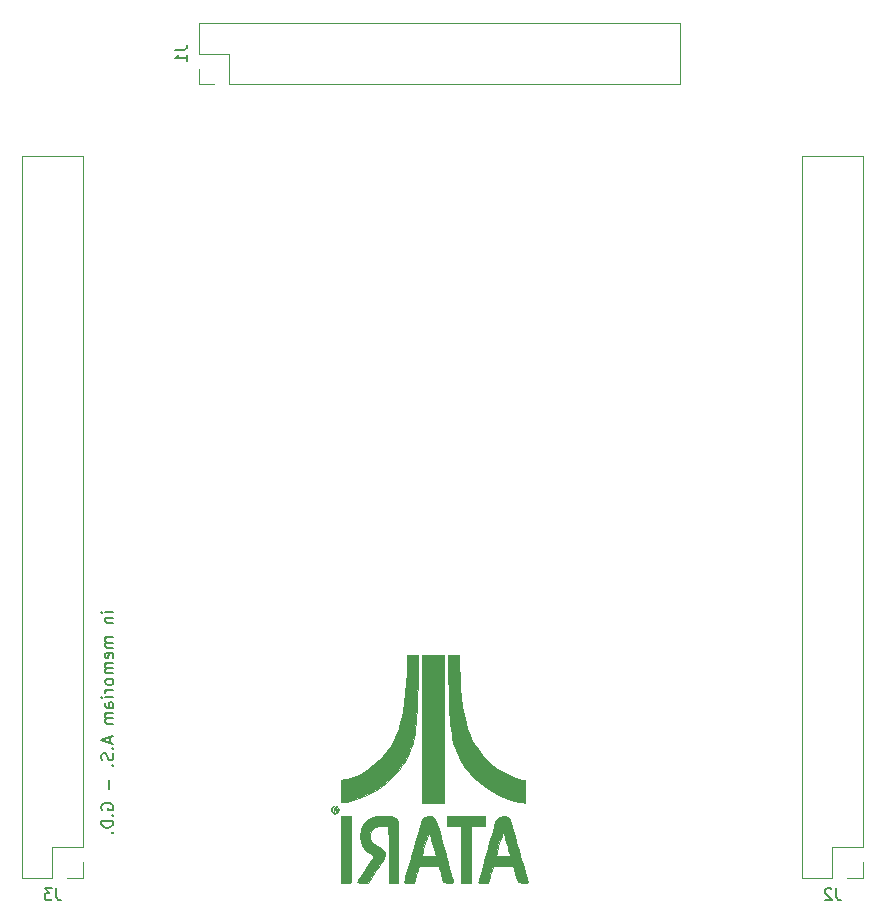
<source format=gbo>
%TF.GenerationSoftware,KiCad,Pcbnew,5.1.9+dfsg1-1*%
%TF.CreationDate,2021-12-02T21:44:05+01:00*%
%TF.ProjectId,STM32F4XX_Hat,53544d33-3246-4345-9858-5f4861742e6b,rev?*%
%TF.SameCoordinates,Original*%
%TF.FileFunction,Legend,Bot*%
%TF.FilePolarity,Positive*%
%FSLAX46Y46*%
G04 Gerber Fmt 4.6, Leading zero omitted, Abs format (unit mm)*
G04 Created by KiCad (PCBNEW 5.1.9+dfsg1-1) date 2021-12-02 21:44:05*
%MOMM*%
%LPD*%
G01*
G04 APERTURE LIST*
%ADD10C,0.150000*%
%ADD11C,0.010000*%
%ADD12C,0.120000*%
G04 APERTURE END LIST*
D10*
X120452380Y-102666666D02*
X119785714Y-102666666D01*
X119452380Y-102666666D02*
X119500000Y-102619047D01*
X119547619Y-102666666D01*
X119500000Y-102714285D01*
X119452380Y-102666666D01*
X119547619Y-102666666D01*
X119785714Y-103142857D02*
X120452380Y-103142857D01*
X119880952Y-103142857D02*
X119833333Y-103190476D01*
X119785714Y-103285714D01*
X119785714Y-103428571D01*
X119833333Y-103523809D01*
X119928571Y-103571428D01*
X120452380Y-103571428D01*
X120452380Y-104809523D02*
X119785714Y-104809523D01*
X119880952Y-104809523D02*
X119833333Y-104857142D01*
X119785714Y-104952380D01*
X119785714Y-105095238D01*
X119833333Y-105190476D01*
X119928571Y-105238095D01*
X120452380Y-105238095D01*
X119928571Y-105238095D02*
X119833333Y-105285714D01*
X119785714Y-105380952D01*
X119785714Y-105523809D01*
X119833333Y-105619047D01*
X119928571Y-105666666D01*
X120452380Y-105666666D01*
X120404761Y-106523809D02*
X120452380Y-106428571D01*
X120452380Y-106238095D01*
X120404761Y-106142857D01*
X120309523Y-106095238D01*
X119928571Y-106095238D01*
X119833333Y-106142857D01*
X119785714Y-106238095D01*
X119785714Y-106428571D01*
X119833333Y-106523809D01*
X119928571Y-106571428D01*
X120023809Y-106571428D01*
X120119047Y-106095238D01*
X120452380Y-107000000D02*
X119785714Y-107000000D01*
X119880952Y-107000000D02*
X119833333Y-107047619D01*
X119785714Y-107142857D01*
X119785714Y-107285714D01*
X119833333Y-107380952D01*
X119928571Y-107428571D01*
X120452380Y-107428571D01*
X119928571Y-107428571D02*
X119833333Y-107476190D01*
X119785714Y-107571428D01*
X119785714Y-107714285D01*
X119833333Y-107809523D01*
X119928571Y-107857142D01*
X120452380Y-107857142D01*
X120452380Y-108476190D02*
X120404761Y-108380952D01*
X120357142Y-108333333D01*
X120261904Y-108285714D01*
X119976190Y-108285714D01*
X119880952Y-108333333D01*
X119833333Y-108380952D01*
X119785714Y-108476190D01*
X119785714Y-108619047D01*
X119833333Y-108714285D01*
X119880952Y-108761904D01*
X119976190Y-108809523D01*
X120261904Y-108809523D01*
X120357142Y-108761904D01*
X120404761Y-108714285D01*
X120452380Y-108619047D01*
X120452380Y-108476190D01*
X120452380Y-109238095D02*
X119785714Y-109238095D01*
X119976190Y-109238095D02*
X119880952Y-109285714D01*
X119833333Y-109333333D01*
X119785714Y-109428571D01*
X119785714Y-109523809D01*
X120452380Y-109857142D02*
X119785714Y-109857142D01*
X119452380Y-109857142D02*
X119500000Y-109809523D01*
X119547619Y-109857142D01*
X119500000Y-109904761D01*
X119452380Y-109857142D01*
X119547619Y-109857142D01*
X120452380Y-110761904D02*
X119928571Y-110761904D01*
X119833333Y-110714285D01*
X119785714Y-110619047D01*
X119785714Y-110428571D01*
X119833333Y-110333333D01*
X120404761Y-110761904D02*
X120452380Y-110666666D01*
X120452380Y-110428571D01*
X120404761Y-110333333D01*
X120309523Y-110285714D01*
X120214285Y-110285714D01*
X120119047Y-110333333D01*
X120071428Y-110428571D01*
X120071428Y-110666666D01*
X120023809Y-110761904D01*
X120452380Y-111238095D02*
X119785714Y-111238095D01*
X119880952Y-111238095D02*
X119833333Y-111285714D01*
X119785714Y-111380952D01*
X119785714Y-111523809D01*
X119833333Y-111619047D01*
X119928571Y-111666666D01*
X120452380Y-111666666D01*
X119928571Y-111666666D02*
X119833333Y-111714285D01*
X119785714Y-111809523D01*
X119785714Y-111952380D01*
X119833333Y-112047619D01*
X119928571Y-112095238D01*
X120452380Y-112095238D01*
X120166666Y-113285714D02*
X120166666Y-113761904D01*
X120452380Y-113190476D02*
X119452380Y-113523809D01*
X120452380Y-113857142D01*
X120357142Y-114190476D02*
X120404761Y-114238095D01*
X120452380Y-114190476D01*
X120404761Y-114142857D01*
X120357142Y-114190476D01*
X120452380Y-114190476D01*
X120404761Y-114619047D02*
X120452380Y-114761904D01*
X120452380Y-115000000D01*
X120404761Y-115095238D01*
X120357142Y-115142857D01*
X120261904Y-115190476D01*
X120166666Y-115190476D01*
X120071428Y-115142857D01*
X120023809Y-115095238D01*
X119976190Y-115000000D01*
X119928571Y-114809523D01*
X119880952Y-114714285D01*
X119833333Y-114666666D01*
X119738095Y-114619047D01*
X119642857Y-114619047D01*
X119547619Y-114666666D01*
X119500000Y-114714285D01*
X119452380Y-114809523D01*
X119452380Y-115047619D01*
X119500000Y-115190476D01*
X120357142Y-115619047D02*
X120404761Y-115666666D01*
X120452380Y-115619047D01*
X120404761Y-115571428D01*
X120357142Y-115619047D01*
X120452380Y-115619047D01*
X120071428Y-116857142D02*
X120071428Y-117619047D01*
X119500000Y-119380952D02*
X119452380Y-119285714D01*
X119452380Y-119142857D01*
X119500000Y-119000000D01*
X119595238Y-118904761D01*
X119690476Y-118857142D01*
X119880952Y-118809523D01*
X120023809Y-118809523D01*
X120214285Y-118857142D01*
X120309523Y-118904761D01*
X120404761Y-119000000D01*
X120452380Y-119142857D01*
X120452380Y-119238095D01*
X120404761Y-119380952D01*
X120357142Y-119428571D01*
X120023809Y-119428571D01*
X120023809Y-119238095D01*
X120357142Y-119857142D02*
X120404761Y-119904761D01*
X120452380Y-119857142D01*
X120404761Y-119809523D01*
X120357142Y-119857142D01*
X120452380Y-119857142D01*
X120452380Y-120333333D02*
X119452380Y-120333333D01*
X119452380Y-120571428D01*
X119500000Y-120714285D01*
X119595238Y-120809523D01*
X119690476Y-120857142D01*
X119880952Y-120904761D01*
X120023809Y-120904761D01*
X120214285Y-120857142D01*
X120309523Y-120809523D01*
X120404761Y-120714285D01*
X120452380Y-120571428D01*
X120452380Y-120333333D01*
X120357142Y-121333333D02*
X120404761Y-121380952D01*
X120452380Y-121333333D01*
X120404761Y-121285714D01*
X120357142Y-121333333D01*
X120452380Y-121333333D01*
D11*
%TO.C,G\u002A\u002A\u002A*%
G36*
X153211950Y-119973784D02*
G01*
X153020492Y-120081839D01*
X152876369Y-120259184D01*
X152796716Y-120450389D01*
X152769535Y-120543989D01*
X152723501Y-120704794D01*
X152660996Y-120924362D01*
X152584397Y-121194253D01*
X152496084Y-121506024D01*
X152398437Y-121851237D01*
X152293834Y-122221448D01*
X152184654Y-122608218D01*
X152073277Y-123003106D01*
X151962083Y-123397670D01*
X151853449Y-123783469D01*
X151749755Y-124152064D01*
X151653382Y-124495012D01*
X151566706Y-124803872D01*
X151492109Y-125070205D01*
X151431968Y-125285568D01*
X151388664Y-125441521D01*
X151364575Y-125529623D01*
X151360333Y-125546451D01*
X151399673Y-125555228D01*
X151505727Y-125562187D01*
X151660549Y-125566440D01*
X151782448Y-125567333D01*
X152204563Y-125567333D01*
X152287575Y-125281583D01*
X152336985Y-125110299D01*
X152398976Y-124893693D01*
X152463207Y-124667946D01*
X152490233Y-124572500D01*
X152609880Y-124149166D01*
X153431966Y-124137642D01*
X153688008Y-124135703D01*
X153914946Y-124137119D01*
X154099227Y-124141548D01*
X154227299Y-124148651D01*
X154285607Y-124158087D01*
X154287058Y-124159124D01*
X154308860Y-124209205D01*
X154348145Y-124326723D01*
X154400470Y-124497337D01*
X154461394Y-124706705D01*
X154506919Y-124869148D01*
X154693776Y-125546166D01*
X155122555Y-125558230D01*
X155301442Y-125561283D01*
X155443742Y-125559941D01*
X155531666Y-125554599D01*
X155551333Y-125548701D01*
X155540119Y-125502821D01*
X155508093Y-125384099D01*
X155457681Y-125201109D01*
X155391309Y-124962422D01*
X155311401Y-124676613D01*
X155220384Y-124352254D01*
X155120683Y-123997919D01*
X155014723Y-123622182D01*
X154914414Y-123267176D01*
X154057048Y-123267176D01*
X154050572Y-123289705D01*
X154004021Y-123305616D01*
X153906830Y-123315907D01*
X153748436Y-123321572D01*
X153518278Y-123323607D01*
X153457510Y-123323666D01*
X153216354Y-123322939D01*
X153047761Y-123319762D01*
X152939632Y-123312640D01*
X152879868Y-123300077D01*
X152856372Y-123280580D01*
X152857044Y-123252653D01*
X152857903Y-123249583D01*
X152876543Y-123185381D01*
X152914273Y-123055205D01*
X152966644Y-122874409D01*
X153029210Y-122658350D01*
X153075583Y-122498166D01*
X153149086Y-122244391D01*
X153221732Y-121993819D01*
X153287060Y-121768726D01*
X153338606Y-121591387D01*
X153357422Y-121526793D01*
X153407388Y-121371859D01*
X153445165Y-121294518D01*
X153473761Y-121289074D01*
X153478915Y-121296592D01*
X153500330Y-121354482D01*
X153540598Y-121481415D01*
X153595961Y-121664843D01*
X153662663Y-121892218D01*
X153736947Y-122150991D01*
X153775006Y-122285559D01*
X153850942Y-122554501D01*
X153920080Y-122797715D01*
X153978856Y-123002793D01*
X154023705Y-123157329D01*
X154051061Y-123248912D01*
X154057048Y-123267176D01*
X154914414Y-123267176D01*
X154904930Y-123233614D01*
X154793730Y-122840791D01*
X154683547Y-122452284D01*
X154576808Y-122076667D01*
X154475938Y-121722513D01*
X154383362Y-121398395D01*
X154301507Y-121112888D01*
X154232796Y-120874563D01*
X154179657Y-120691994D01*
X154144514Y-120573755D01*
X154136638Y-120548283D01*
X154038902Y-120294877D01*
X153924680Y-120116578D01*
X153783436Y-120004036D01*
X153604633Y-119947900D01*
X153448033Y-119937158D01*
X153211950Y-119973784D01*
G37*
X153211950Y-119973784D02*
X153020492Y-120081839D01*
X152876369Y-120259184D01*
X152796716Y-120450389D01*
X152769535Y-120543989D01*
X152723501Y-120704794D01*
X152660996Y-120924362D01*
X152584397Y-121194253D01*
X152496084Y-121506024D01*
X152398437Y-121851237D01*
X152293834Y-122221448D01*
X152184654Y-122608218D01*
X152073277Y-123003106D01*
X151962083Y-123397670D01*
X151853449Y-123783469D01*
X151749755Y-124152064D01*
X151653382Y-124495012D01*
X151566706Y-124803872D01*
X151492109Y-125070205D01*
X151431968Y-125285568D01*
X151388664Y-125441521D01*
X151364575Y-125529623D01*
X151360333Y-125546451D01*
X151399673Y-125555228D01*
X151505727Y-125562187D01*
X151660549Y-125566440D01*
X151782448Y-125567333D01*
X152204563Y-125567333D01*
X152287575Y-125281583D01*
X152336985Y-125110299D01*
X152398976Y-124893693D01*
X152463207Y-124667946D01*
X152490233Y-124572500D01*
X152609880Y-124149166D01*
X153431966Y-124137642D01*
X153688008Y-124135703D01*
X153914946Y-124137119D01*
X154099227Y-124141548D01*
X154227299Y-124148651D01*
X154285607Y-124158087D01*
X154287058Y-124159124D01*
X154308860Y-124209205D01*
X154348145Y-124326723D01*
X154400470Y-124497337D01*
X154461394Y-124706705D01*
X154506919Y-124869148D01*
X154693776Y-125546166D01*
X155122555Y-125558230D01*
X155301442Y-125561283D01*
X155443742Y-125559941D01*
X155531666Y-125554599D01*
X155551333Y-125548701D01*
X155540119Y-125502821D01*
X155508093Y-125384099D01*
X155457681Y-125201109D01*
X155391309Y-124962422D01*
X155311401Y-124676613D01*
X155220384Y-124352254D01*
X155120683Y-123997919D01*
X155014723Y-123622182D01*
X154914414Y-123267176D01*
X154057048Y-123267176D01*
X154050572Y-123289705D01*
X154004021Y-123305616D01*
X153906830Y-123315907D01*
X153748436Y-123321572D01*
X153518278Y-123323607D01*
X153457510Y-123323666D01*
X153216354Y-123322939D01*
X153047761Y-123319762D01*
X152939632Y-123312640D01*
X152879868Y-123300077D01*
X152856372Y-123280580D01*
X152857044Y-123252653D01*
X152857903Y-123249583D01*
X152876543Y-123185381D01*
X152914273Y-123055205D01*
X152966644Y-122874409D01*
X153029210Y-122658350D01*
X153075583Y-122498166D01*
X153149086Y-122244391D01*
X153221732Y-121993819D01*
X153287060Y-121768726D01*
X153338606Y-121591387D01*
X153357422Y-121526793D01*
X153407388Y-121371859D01*
X153445165Y-121294518D01*
X153473761Y-121289074D01*
X153478915Y-121296592D01*
X153500330Y-121354482D01*
X153540598Y-121481415D01*
X153595961Y-121664843D01*
X153662663Y-121892218D01*
X153736947Y-122150991D01*
X153775006Y-122285559D01*
X153850942Y-122554501D01*
X153920080Y-122797715D01*
X153978856Y-123002793D01*
X154023705Y-123157329D01*
X154051061Y-123248912D01*
X154057048Y-123267176D01*
X154914414Y-123267176D01*
X154904930Y-123233614D01*
X154793730Y-122840791D01*
X154683547Y-122452284D01*
X154576808Y-122076667D01*
X154475938Y-121722513D01*
X154383362Y-121398395D01*
X154301507Y-121112888D01*
X154232796Y-120874563D01*
X154179657Y-120691994D01*
X154144514Y-120573755D01*
X154136638Y-120548283D01*
X154038902Y-120294877D01*
X153924680Y-120116578D01*
X153783436Y-120004036D01*
X153604633Y-119947900D01*
X153448033Y-119937158D01*
X153211950Y-119973784D01*
G36*
X148735666Y-120741333D02*
G01*
X148940830Y-120741333D01*
X149079646Y-120744461D01*
X149268455Y-120752783D01*
X149472854Y-120764700D01*
X149533496Y-120768839D01*
X149921000Y-120796344D01*
X149921000Y-125567333D01*
X150767666Y-125567333D01*
X150767666Y-120741333D01*
X151953000Y-120741333D01*
X151953000Y-119937000D01*
X148735666Y-119937000D01*
X148735666Y-120741333D01*
G37*
X148735666Y-120741333D02*
X148940830Y-120741333D01*
X149079646Y-120744461D01*
X149268455Y-120752783D01*
X149472854Y-120764700D01*
X149533496Y-120768839D01*
X149921000Y-120796344D01*
X149921000Y-125567333D01*
X150767666Y-125567333D01*
X150767666Y-120741333D01*
X151953000Y-120741333D01*
X151953000Y-119937000D01*
X148735666Y-119937000D01*
X148735666Y-120741333D01*
G36*
X146946270Y-119969875D02*
G01*
X146848315Y-120005006D01*
X146725648Y-120090190D01*
X146624403Y-120203585D01*
X146620495Y-120209746D01*
X146597762Y-120268081D01*
X146554706Y-120399358D01*
X146493785Y-120595032D01*
X146417457Y-120846560D01*
X146328180Y-121145397D01*
X146228411Y-121482999D01*
X146120609Y-121850823D01*
X146007231Y-122240323D01*
X145890735Y-122642955D01*
X145773579Y-123050177D01*
X145658220Y-123453442D01*
X145547118Y-123844208D01*
X145442729Y-124213930D01*
X145347511Y-124554064D01*
X145263923Y-124856066D01*
X145194422Y-125111391D01*
X145141465Y-125311496D01*
X145107512Y-125447836D01*
X145095018Y-125511867D01*
X145095000Y-125512789D01*
X145118270Y-125539471D01*
X145195323Y-125556492D01*
X145337018Y-125565276D01*
X145510605Y-125567333D01*
X145926209Y-125567333D01*
X146106121Y-124921750D01*
X146169210Y-124695480D01*
X146225417Y-124494106D01*
X146270300Y-124333531D01*
X146299414Y-124229655D01*
X146307202Y-124202083D01*
X146321143Y-124176408D01*
X146353686Y-124157413D01*
X146416069Y-124144109D01*
X146519533Y-124135506D01*
X146675313Y-124130614D01*
X146894651Y-124128444D01*
X147148521Y-124128000D01*
X147455715Y-124129572D01*
X147686288Y-124134618D01*
X147848230Y-124143632D01*
X147949535Y-124157106D01*
X147998194Y-124175534D01*
X148002918Y-124180735D01*
X148025930Y-124237762D01*
X148067325Y-124361153D01*
X148122317Y-124535837D01*
X148186117Y-124746746D01*
X148228208Y-124889819D01*
X148419249Y-125546166D01*
X148831458Y-125558282D01*
X149028020Y-125561661D01*
X149153383Y-125556907D01*
X149220750Y-125542544D01*
X149243327Y-125517099D01*
X149243666Y-125512243D01*
X149232559Y-125459965D01*
X149200858Y-125335196D01*
X149150997Y-125146922D01*
X149085410Y-124904129D01*
X149006531Y-124615801D01*
X148916793Y-124290923D01*
X148818630Y-123938481D01*
X148781756Y-123806794D01*
X148632958Y-123276249D01*
X147762000Y-123276249D01*
X147727031Y-123297450D01*
X147619481Y-123312208D01*
X147435388Y-123320842D01*
X147170788Y-123323666D01*
X147169333Y-123323666D01*
X146956335Y-123321368D01*
X146777295Y-123315056D01*
X146647360Y-123305605D01*
X146581675Y-123293890D01*
X146576666Y-123289448D01*
X146588080Y-123233476D01*
X146619653Y-123111545D01*
X146667382Y-122937372D01*
X146727266Y-122724674D01*
X146795303Y-122487169D01*
X146867491Y-122238573D01*
X146939826Y-121992603D01*
X147008309Y-121762976D01*
X147068935Y-121563410D01*
X147117703Y-121407622D01*
X147150611Y-121309327D01*
X147162488Y-121281578D01*
X147180286Y-121313161D01*
X147217104Y-121413086D01*
X147268989Y-121568203D01*
X147331991Y-121765365D01*
X147402155Y-121991423D01*
X147475532Y-122233227D01*
X147548168Y-122477628D01*
X147616112Y-122711478D01*
X147675411Y-122921628D01*
X147722115Y-123094929D01*
X147752270Y-123218233D01*
X147762000Y-123276249D01*
X148632958Y-123276249D01*
X148604790Y-123175815D01*
X148448988Y-122621233D01*
X148312634Y-122137928D01*
X148194013Y-121720780D01*
X148091409Y-121364668D01*
X148003106Y-121064473D01*
X147927390Y-120815075D01*
X147862543Y-120611353D01*
X147806852Y-120448189D01*
X147758599Y-120320460D01*
X147716070Y-120223049D01*
X147677549Y-120150834D01*
X147641320Y-120098697D01*
X147605669Y-120061515D01*
X147568878Y-120034171D01*
X147529233Y-120011543D01*
X147506015Y-119999473D01*
X147342149Y-119950456D01*
X147142536Y-119940700D01*
X146946270Y-119969875D01*
G37*
X146946270Y-119969875D02*
X146848315Y-120005006D01*
X146725648Y-120090190D01*
X146624403Y-120203585D01*
X146620495Y-120209746D01*
X146597762Y-120268081D01*
X146554706Y-120399358D01*
X146493785Y-120595032D01*
X146417457Y-120846560D01*
X146328180Y-121145397D01*
X146228411Y-121482999D01*
X146120609Y-121850823D01*
X146007231Y-122240323D01*
X145890735Y-122642955D01*
X145773579Y-123050177D01*
X145658220Y-123453442D01*
X145547118Y-123844208D01*
X145442729Y-124213930D01*
X145347511Y-124554064D01*
X145263923Y-124856066D01*
X145194422Y-125111391D01*
X145141465Y-125311496D01*
X145107512Y-125447836D01*
X145095018Y-125511867D01*
X145095000Y-125512789D01*
X145118270Y-125539471D01*
X145195323Y-125556492D01*
X145337018Y-125565276D01*
X145510605Y-125567333D01*
X145926209Y-125567333D01*
X146106121Y-124921750D01*
X146169210Y-124695480D01*
X146225417Y-124494106D01*
X146270300Y-124333531D01*
X146299414Y-124229655D01*
X146307202Y-124202083D01*
X146321143Y-124176408D01*
X146353686Y-124157413D01*
X146416069Y-124144109D01*
X146519533Y-124135506D01*
X146675313Y-124130614D01*
X146894651Y-124128444D01*
X147148521Y-124128000D01*
X147455715Y-124129572D01*
X147686288Y-124134618D01*
X147848230Y-124143632D01*
X147949535Y-124157106D01*
X147998194Y-124175534D01*
X148002918Y-124180735D01*
X148025930Y-124237762D01*
X148067325Y-124361153D01*
X148122317Y-124535837D01*
X148186117Y-124746746D01*
X148228208Y-124889819D01*
X148419249Y-125546166D01*
X148831458Y-125558282D01*
X149028020Y-125561661D01*
X149153383Y-125556907D01*
X149220750Y-125542544D01*
X149243327Y-125517099D01*
X149243666Y-125512243D01*
X149232559Y-125459965D01*
X149200858Y-125335196D01*
X149150997Y-125146922D01*
X149085410Y-124904129D01*
X149006531Y-124615801D01*
X148916793Y-124290923D01*
X148818630Y-123938481D01*
X148781756Y-123806794D01*
X148632958Y-123276249D01*
X147762000Y-123276249D01*
X147727031Y-123297450D01*
X147619481Y-123312208D01*
X147435388Y-123320842D01*
X147170788Y-123323666D01*
X147169333Y-123323666D01*
X146956335Y-123321368D01*
X146777295Y-123315056D01*
X146647360Y-123305605D01*
X146581675Y-123293890D01*
X146576666Y-123289448D01*
X146588080Y-123233476D01*
X146619653Y-123111545D01*
X146667382Y-122937372D01*
X146727266Y-122724674D01*
X146795303Y-122487169D01*
X146867491Y-122238573D01*
X146939826Y-121992603D01*
X147008309Y-121762976D01*
X147068935Y-121563410D01*
X147117703Y-121407622D01*
X147150611Y-121309327D01*
X147162488Y-121281578D01*
X147180286Y-121313161D01*
X147217104Y-121413086D01*
X147268989Y-121568203D01*
X147331991Y-121765365D01*
X147402155Y-121991423D01*
X147475532Y-122233227D01*
X147548168Y-122477628D01*
X147616112Y-122711478D01*
X147675411Y-122921628D01*
X147722115Y-123094929D01*
X147752270Y-123218233D01*
X147762000Y-123276249D01*
X148632958Y-123276249D01*
X148604790Y-123175815D01*
X148448988Y-122621233D01*
X148312634Y-122137928D01*
X148194013Y-121720780D01*
X148091409Y-121364668D01*
X148003106Y-121064473D01*
X147927390Y-120815075D01*
X147862543Y-120611353D01*
X147806852Y-120448189D01*
X147758599Y-120320460D01*
X147716070Y-120223049D01*
X147677549Y-120150834D01*
X147641320Y-120098697D01*
X147605669Y-120061515D01*
X147568878Y-120034171D01*
X147529233Y-120011543D01*
X147506015Y-119999473D01*
X147342149Y-119950456D01*
X147142536Y-119940700D01*
X146946270Y-119969875D01*
G36*
X143566969Y-119941346D02*
G01*
X143294056Y-119945165D01*
X143274666Y-119945478D01*
X142997503Y-119950440D01*
X142789919Y-119956349D01*
X142636835Y-119965146D01*
X142523170Y-119978769D01*
X142433843Y-119999161D01*
X142353774Y-120028260D01*
X142267883Y-120068007D01*
X142248480Y-120077502D01*
X141948338Y-120270948D01*
X141701770Y-120529458D01*
X141522546Y-120826000D01*
X141466216Y-120948705D01*
X141428736Y-121051901D01*
X141406285Y-121158305D01*
X141395043Y-121290635D01*
X141391189Y-121471609D01*
X141390833Y-121609166D01*
X141392387Y-121831670D01*
X141399381Y-121991984D01*
X141415314Y-122112560D01*
X141443682Y-122215852D01*
X141487984Y-122324315D01*
X141509542Y-122371166D01*
X141628902Y-122588197D01*
X141774222Y-122770061D01*
X141965324Y-122938206D01*
X142158795Y-123073550D01*
X142290129Y-123165025D01*
X142391540Y-123246661D01*
X142442883Y-123302100D01*
X142444484Y-123305563D01*
X142453093Y-123343954D01*
X142448197Y-123392127D01*
X142425316Y-123458004D01*
X142379970Y-123549506D01*
X142307679Y-123674553D01*
X142203964Y-123841066D01*
X142064344Y-124056968D01*
X141884340Y-124330179D01*
X141753647Y-124527078D01*
X141585685Y-124781136D01*
X141434280Y-125012888D01*
X141305507Y-125212817D01*
X141205438Y-125371402D01*
X141140148Y-125479124D01*
X141115709Y-125526467D01*
X141115666Y-125526995D01*
X141155486Y-125544056D01*
X141264964Y-125557297D01*
X141429130Y-125565406D01*
X141576478Y-125567333D01*
X142037289Y-125567333D01*
X142727314Y-124519583D01*
X142925755Y-124217565D01*
X143082334Y-123976699D01*
X143202170Y-123787701D01*
X143290380Y-123641287D01*
X143352082Y-123528172D01*
X143392393Y-123439070D01*
X143416431Y-123364698D01*
X143429315Y-123295770D01*
X143435266Y-123235204D01*
X143438141Y-123054198D01*
X143407767Y-122914960D01*
X143332750Y-122801408D01*
X143201698Y-122697459D01*
X143003219Y-122587031D01*
X142961308Y-122566140D01*
X142687336Y-122407676D01*
X142469046Y-122232890D01*
X142315621Y-122050731D01*
X142236247Y-121870149D01*
X142233533Y-121856912D01*
X142221498Y-121732467D01*
X142219722Y-121568146D01*
X142224676Y-121458981D01*
X142263912Y-121233180D01*
X142353231Y-121059334D01*
X142506462Y-120912887D01*
X142549355Y-120882430D01*
X142685219Y-120822219D01*
X142877936Y-120777799D01*
X143100643Y-120752331D01*
X143326471Y-120748980D01*
X143516301Y-120768585D01*
X143641360Y-120797633D01*
X143707263Y-120837185D01*
X143739192Y-120905211D01*
X143745551Y-120932175D01*
X143750820Y-120997919D01*
X143755937Y-121139970D01*
X143760791Y-121349970D01*
X143765267Y-121619558D01*
X143769255Y-121940376D01*
X143772640Y-122304065D01*
X143775310Y-122702265D01*
X143777152Y-123126616D01*
X143777658Y-123313083D01*
X143782666Y-125567333D01*
X144587000Y-125567333D01*
X144587000Y-122994922D01*
X144587105Y-122441446D01*
X144586931Y-121966274D01*
X144585746Y-121563042D01*
X144582814Y-121225389D01*
X144577403Y-120946952D01*
X144568780Y-120721370D01*
X144556210Y-120542279D01*
X144538961Y-120403319D01*
X144516299Y-120298126D01*
X144487490Y-120220338D01*
X144451801Y-120163593D01*
X144408499Y-120121529D01*
X144356850Y-120087784D01*
X144296120Y-120055995D01*
X144245201Y-120030145D01*
X144174944Y-119995816D01*
X144106618Y-119970960D01*
X144025940Y-119954331D01*
X143918628Y-119944683D01*
X143770399Y-119940770D01*
X143566969Y-119941346D01*
G37*
X143566969Y-119941346D02*
X143294056Y-119945165D01*
X143274666Y-119945478D01*
X142997503Y-119950440D01*
X142789919Y-119956349D01*
X142636835Y-119965146D01*
X142523170Y-119978769D01*
X142433843Y-119999161D01*
X142353774Y-120028260D01*
X142267883Y-120068007D01*
X142248480Y-120077502D01*
X141948338Y-120270948D01*
X141701770Y-120529458D01*
X141522546Y-120826000D01*
X141466216Y-120948705D01*
X141428736Y-121051901D01*
X141406285Y-121158305D01*
X141395043Y-121290635D01*
X141391189Y-121471609D01*
X141390833Y-121609166D01*
X141392387Y-121831670D01*
X141399381Y-121991984D01*
X141415314Y-122112560D01*
X141443682Y-122215852D01*
X141487984Y-122324315D01*
X141509542Y-122371166D01*
X141628902Y-122588197D01*
X141774222Y-122770061D01*
X141965324Y-122938206D01*
X142158795Y-123073550D01*
X142290129Y-123165025D01*
X142391540Y-123246661D01*
X142442883Y-123302100D01*
X142444484Y-123305563D01*
X142453093Y-123343954D01*
X142448197Y-123392127D01*
X142425316Y-123458004D01*
X142379970Y-123549506D01*
X142307679Y-123674553D01*
X142203964Y-123841066D01*
X142064344Y-124056968D01*
X141884340Y-124330179D01*
X141753647Y-124527078D01*
X141585685Y-124781136D01*
X141434280Y-125012888D01*
X141305507Y-125212817D01*
X141205438Y-125371402D01*
X141140148Y-125479124D01*
X141115709Y-125526467D01*
X141115666Y-125526995D01*
X141155486Y-125544056D01*
X141264964Y-125557297D01*
X141429130Y-125565406D01*
X141576478Y-125567333D01*
X142037289Y-125567333D01*
X142727314Y-124519583D01*
X142925755Y-124217565D01*
X143082334Y-123976699D01*
X143202170Y-123787701D01*
X143290380Y-123641287D01*
X143352082Y-123528172D01*
X143392393Y-123439070D01*
X143416431Y-123364698D01*
X143429315Y-123295770D01*
X143435266Y-123235204D01*
X143438141Y-123054198D01*
X143407767Y-122914960D01*
X143332750Y-122801408D01*
X143201698Y-122697459D01*
X143003219Y-122587031D01*
X142961308Y-122566140D01*
X142687336Y-122407676D01*
X142469046Y-122232890D01*
X142315621Y-122050731D01*
X142236247Y-121870149D01*
X142233533Y-121856912D01*
X142221498Y-121732467D01*
X142219722Y-121568146D01*
X142224676Y-121458981D01*
X142263912Y-121233180D01*
X142353231Y-121059334D01*
X142506462Y-120912887D01*
X142549355Y-120882430D01*
X142685219Y-120822219D01*
X142877936Y-120777799D01*
X143100643Y-120752331D01*
X143326471Y-120748980D01*
X143516301Y-120768585D01*
X143641360Y-120797633D01*
X143707263Y-120837185D01*
X143739192Y-120905211D01*
X143745551Y-120932175D01*
X143750820Y-120997919D01*
X143755937Y-121139970D01*
X143760791Y-121349970D01*
X143765267Y-121619558D01*
X143769255Y-121940376D01*
X143772640Y-122304065D01*
X143775310Y-122702265D01*
X143777152Y-123126616D01*
X143777658Y-123313083D01*
X143782666Y-125567333D01*
X144587000Y-125567333D01*
X144587000Y-122994922D01*
X144587105Y-122441446D01*
X144586931Y-121966274D01*
X144585746Y-121563042D01*
X144582814Y-121225389D01*
X144577403Y-120946952D01*
X144568780Y-120721370D01*
X144556210Y-120542279D01*
X144538961Y-120403319D01*
X144516299Y-120298126D01*
X144487490Y-120220338D01*
X144451801Y-120163593D01*
X144408499Y-120121529D01*
X144356850Y-120087784D01*
X144296120Y-120055995D01*
X144245201Y-120030145D01*
X144174944Y-119995816D01*
X144106618Y-119970960D01*
X144025940Y-119954331D01*
X143918628Y-119944683D01*
X143770399Y-119940770D01*
X143566969Y-119941346D01*
G36*
X139761000Y-125567333D02*
G01*
X140156111Y-125567333D01*
X140331357Y-125564487D01*
X140473276Y-125556853D01*
X140561513Y-125545790D01*
X140579444Y-125539111D01*
X140584282Y-125493012D01*
X140588858Y-125369327D01*
X140593101Y-125175135D01*
X140596940Y-124917516D01*
X140600304Y-124603550D01*
X140603122Y-124240316D01*
X140605324Y-123834895D01*
X140606838Y-123394365D01*
X140607593Y-122925807D01*
X140607666Y-122723944D01*
X140607666Y-119937000D01*
X139761000Y-119937000D01*
X139761000Y-125567333D01*
G37*
X139761000Y-125567333D02*
X140156111Y-125567333D01*
X140331357Y-125564487D01*
X140473276Y-125556853D01*
X140561513Y-125545790D01*
X140579444Y-125539111D01*
X140584282Y-125493012D01*
X140588858Y-125369327D01*
X140593101Y-125175135D01*
X140596940Y-124917516D01*
X140600304Y-124603550D01*
X140603122Y-124240316D01*
X140605324Y-123834895D01*
X140606838Y-123394365D01*
X140607593Y-122925807D01*
X140607666Y-122723944D01*
X140607666Y-119937000D01*
X139761000Y-119937000D01*
X139761000Y-125567333D01*
G36*
X139074726Y-119075703D02*
G01*
X139032414Y-119105712D01*
X138952536Y-119202937D01*
X138899843Y-119332908D01*
X138889662Y-119454472D01*
X138894591Y-119475820D01*
X138960355Y-119576724D01*
X139071724Y-119667268D01*
X139192263Y-119720494D01*
X139231833Y-119725333D01*
X139330986Y-119699685D01*
X139437307Y-119637973D01*
X139437791Y-119637594D01*
X139528657Y-119517898D01*
X139553828Y-119370995D01*
X139512995Y-119223465D01*
X139443667Y-119132823D01*
X139367330Y-119072394D01*
X139318596Y-119054279D01*
X139315346Y-119056209D01*
X139330059Y-119091990D01*
X139396898Y-119147129D01*
X139399845Y-119149074D01*
X139482414Y-119247456D01*
X139513381Y-119379379D01*
X139491840Y-119512441D01*
X139416888Y-119614239D01*
X139412914Y-119617099D01*
X139272947Y-119676460D01*
X139143852Y-119666832D01*
X139037472Y-119603886D01*
X138965647Y-119503295D01*
X138940221Y-119380730D01*
X138973033Y-119251864D01*
X139057805Y-119147133D01*
X139128167Y-119075901D01*
X139132045Y-119049217D01*
X139074726Y-119075703D01*
G37*
X139074726Y-119075703D02*
X139032414Y-119105712D01*
X138952536Y-119202937D01*
X138899843Y-119332908D01*
X138889662Y-119454472D01*
X138894591Y-119475820D01*
X138960355Y-119576724D01*
X139071724Y-119667268D01*
X139192263Y-119720494D01*
X139231833Y-119725333D01*
X139330986Y-119699685D01*
X139437307Y-119637973D01*
X139437791Y-119637594D01*
X139528657Y-119517898D01*
X139553828Y-119370995D01*
X139512995Y-119223465D01*
X139443667Y-119132823D01*
X139367330Y-119072394D01*
X139318596Y-119054279D01*
X139315346Y-119056209D01*
X139330059Y-119091990D01*
X139396898Y-119147129D01*
X139399845Y-119149074D01*
X139482414Y-119247456D01*
X139513381Y-119379379D01*
X139491840Y-119512441D01*
X139416888Y-119614239D01*
X139412914Y-119617099D01*
X139272947Y-119676460D01*
X139143852Y-119666832D01*
X139037472Y-119603886D01*
X138965647Y-119503295D01*
X138940221Y-119380730D01*
X138973033Y-119251864D01*
X139057805Y-119147133D01*
X139128167Y-119075901D01*
X139132045Y-119049217D01*
X139074726Y-119075703D01*
G36*
X139181253Y-119207444D02*
G01*
X139151415Y-119257864D01*
X139145590Y-119344385D01*
X139135293Y-119463841D01*
X139112445Y-119552357D01*
X139110615Y-119556052D01*
X139110112Y-119573829D01*
X139152969Y-119533566D01*
X139161310Y-119524250D01*
X139227531Y-119456656D01*
X139267425Y-119429000D01*
X139290856Y-119464787D01*
X139306107Y-119524250D01*
X139322738Y-119586239D01*
X139344453Y-119570032D01*
X139354368Y-119549446D01*
X139372610Y-119459405D01*
X139372597Y-119339882D01*
X139372399Y-119337779D01*
X139365192Y-119302000D01*
X139295333Y-119302000D01*
X139275827Y-119369143D01*
X139242416Y-119376083D01*
X139193257Y-119324088D01*
X139189500Y-119302000D01*
X139222883Y-119238435D01*
X139242416Y-119227916D01*
X139284904Y-119247564D01*
X139295333Y-119302000D01*
X139365192Y-119302000D01*
X139352608Y-119239528D01*
X139305453Y-119200957D01*
X139253000Y-119196166D01*
X139181253Y-119207444D01*
G37*
X139181253Y-119207444D02*
X139151415Y-119257864D01*
X139145590Y-119344385D01*
X139135293Y-119463841D01*
X139112445Y-119552357D01*
X139110615Y-119556052D01*
X139110112Y-119573829D01*
X139152969Y-119533566D01*
X139161310Y-119524250D01*
X139227531Y-119456656D01*
X139267425Y-119429000D01*
X139290856Y-119464787D01*
X139306107Y-119524250D01*
X139322738Y-119586239D01*
X139344453Y-119570032D01*
X139354368Y-119549446D01*
X139372610Y-119459405D01*
X139372597Y-119339882D01*
X139372399Y-119337779D01*
X139365192Y-119302000D01*
X139295333Y-119302000D01*
X139275827Y-119369143D01*
X139242416Y-119376083D01*
X139193257Y-119324088D01*
X139189500Y-119302000D01*
X139222883Y-119238435D01*
X139242416Y-119227916D01*
X139284904Y-119247564D01*
X139295333Y-119302000D01*
X139365192Y-119302000D01*
X139352608Y-119239528D01*
X139305453Y-119200957D01*
X139253000Y-119196166D01*
X139181253Y-119207444D01*
G36*
X148836165Y-108348249D02*
G01*
X148849843Y-109153256D01*
X148867340Y-109880119D01*
X148889548Y-110535312D01*
X148917360Y-111125308D01*
X148951670Y-111656581D01*
X148993369Y-112135603D01*
X149043352Y-112568847D01*
X149102511Y-112962786D01*
X149171738Y-113323894D01*
X149251927Y-113658643D01*
X149343971Y-113973507D01*
X149448763Y-114274959D01*
X149567195Y-114569471D01*
X149700161Y-114863518D01*
X149748842Y-114964544D01*
X149996076Y-115422939D01*
X150271477Y-115835587D01*
X150594079Y-116228826D01*
X150876145Y-116524567D01*
X151465612Y-117057660D01*
X152098069Y-117530161D01*
X152764686Y-117937208D01*
X153456631Y-118273941D01*
X154165075Y-118535500D01*
X154846824Y-118710221D01*
X155026699Y-118745617D01*
X155175746Y-118773615D01*
X155274286Y-118790591D01*
X155301908Y-118794000D01*
X155312933Y-118753597D01*
X155322646Y-118640102D01*
X155330587Y-118465085D01*
X155336295Y-118240117D01*
X155339310Y-117976768D01*
X155339666Y-117844501D01*
X155339666Y-116895002D01*
X155096250Y-116845036D01*
X154536391Y-116695489D01*
X153971323Y-116479858D01*
X153428559Y-116210147D01*
X152950525Y-115908998D01*
X152549186Y-115593107D01*
X152145891Y-115218994D01*
X151756859Y-114805017D01*
X151398313Y-114369537D01*
X151086472Y-113930914D01*
X150850267Y-113531850D01*
X150639732Y-113080057D01*
X150452720Y-112567932D01*
X150288742Y-111992645D01*
X150147306Y-111351364D01*
X150027921Y-110641261D01*
X149930097Y-109859504D01*
X149853341Y-109003263D01*
X149797164Y-108069708D01*
X149767430Y-107289916D01*
X149738358Y-106305666D01*
X148807039Y-106305666D01*
X148836165Y-108348249D01*
G37*
X148836165Y-108348249D02*
X148849843Y-109153256D01*
X148867340Y-109880119D01*
X148889548Y-110535312D01*
X148917360Y-111125308D01*
X148951670Y-111656581D01*
X148993369Y-112135603D01*
X149043352Y-112568847D01*
X149102511Y-112962786D01*
X149171738Y-113323894D01*
X149251927Y-113658643D01*
X149343971Y-113973507D01*
X149448763Y-114274959D01*
X149567195Y-114569471D01*
X149700161Y-114863518D01*
X149748842Y-114964544D01*
X149996076Y-115422939D01*
X150271477Y-115835587D01*
X150594079Y-116228826D01*
X150876145Y-116524567D01*
X151465612Y-117057660D01*
X152098069Y-117530161D01*
X152764686Y-117937208D01*
X153456631Y-118273941D01*
X154165075Y-118535500D01*
X154846824Y-118710221D01*
X155026699Y-118745617D01*
X155175746Y-118773615D01*
X155274286Y-118790591D01*
X155301908Y-118794000D01*
X155312933Y-118753597D01*
X155322646Y-118640102D01*
X155330587Y-118465085D01*
X155336295Y-118240117D01*
X155339310Y-117976768D01*
X155339666Y-117844501D01*
X155339666Y-116895002D01*
X155096250Y-116845036D01*
X154536391Y-116695489D01*
X153971323Y-116479858D01*
X153428559Y-116210147D01*
X152950525Y-115908998D01*
X152549186Y-115593107D01*
X152145891Y-115218994D01*
X151756859Y-114805017D01*
X151398313Y-114369537D01*
X151086472Y-113930914D01*
X150850267Y-113531850D01*
X150639732Y-113080057D01*
X150452720Y-112567932D01*
X150288742Y-111992645D01*
X150147306Y-111351364D01*
X150027921Y-110641261D01*
X149930097Y-109859504D01*
X149853341Y-109003263D01*
X149797164Y-108069708D01*
X149767430Y-107289916D01*
X149738358Y-106305666D01*
X148807039Y-106305666D01*
X148836165Y-108348249D01*
G36*
X146619000Y-118794000D02*
G01*
X148439333Y-118794000D01*
X148439333Y-106305666D01*
X146619000Y-106305666D01*
X146619000Y-118794000D01*
G37*
X146619000Y-118794000D02*
X148439333Y-118794000D01*
X148439333Y-106305666D01*
X146619000Y-106305666D01*
X146619000Y-118794000D01*
G36*
X145306449Y-106951250D02*
G01*
X145291531Y-107831580D01*
X145248323Y-108701673D01*
X145178255Y-109547928D01*
X145082755Y-110356744D01*
X144963252Y-111114522D01*
X144821174Y-111807660D01*
X144777087Y-111990117D01*
X144617659Y-112559313D01*
X144436681Y-113066508D01*
X144224621Y-113528380D01*
X143971948Y-113961606D01*
X143669128Y-114382865D01*
X143306630Y-114808834D01*
X142957166Y-115174344D01*
X142448894Y-115641980D01*
X141931990Y-116030758D01*
X141396237Y-116346471D01*
X140831415Y-116594913D01*
X140227306Y-116781876D01*
X140045952Y-116824837D01*
X139717070Y-116897854D01*
X139728452Y-117834788D01*
X139732955Y-118145033D01*
X139738458Y-118380472D01*
X139745742Y-118550963D01*
X139755587Y-118666365D01*
X139768776Y-118736539D01*
X139786088Y-118771343D01*
X139803333Y-118780333D01*
X139870971Y-118775736D01*
X139998952Y-118756207D01*
X140165009Y-118725361D01*
X140253046Y-118707313D01*
X140994835Y-118507958D01*
X141721275Y-118228407D01*
X142425030Y-117872748D01*
X143098764Y-117445072D01*
X143735144Y-116949468D01*
X144228198Y-116490986D01*
X144616370Y-116069051D01*
X144938199Y-115647493D01*
X145209098Y-115204678D01*
X145365217Y-114895107D01*
X145502098Y-114587268D01*
X145623891Y-114277898D01*
X145731479Y-113960376D01*
X145825743Y-113628082D01*
X145907565Y-113274394D01*
X145977825Y-112892693D01*
X146037407Y-112476357D01*
X146087190Y-112018765D01*
X146128058Y-111513297D01*
X146160891Y-110953331D01*
X146186570Y-110332248D01*
X146205979Y-109643426D01*
X146219997Y-108880245D01*
X146225658Y-108432916D01*
X146249007Y-106305666D01*
X145306666Y-106305666D01*
X145306449Y-106951250D01*
G37*
X145306449Y-106951250D02*
X145291531Y-107831580D01*
X145248323Y-108701673D01*
X145178255Y-109547928D01*
X145082755Y-110356744D01*
X144963252Y-111114522D01*
X144821174Y-111807660D01*
X144777087Y-111990117D01*
X144617659Y-112559313D01*
X144436681Y-113066508D01*
X144224621Y-113528380D01*
X143971948Y-113961606D01*
X143669128Y-114382865D01*
X143306630Y-114808834D01*
X142957166Y-115174344D01*
X142448894Y-115641980D01*
X141931990Y-116030758D01*
X141396237Y-116346471D01*
X140831415Y-116594913D01*
X140227306Y-116781876D01*
X140045952Y-116824837D01*
X139717070Y-116897854D01*
X139728452Y-117834788D01*
X139732955Y-118145033D01*
X139738458Y-118380472D01*
X139745742Y-118550963D01*
X139755587Y-118666365D01*
X139768776Y-118736539D01*
X139786088Y-118771343D01*
X139803333Y-118780333D01*
X139870971Y-118775736D01*
X139998952Y-118756207D01*
X140165009Y-118725361D01*
X140253046Y-118707313D01*
X140994835Y-118507958D01*
X141721275Y-118228407D01*
X142425030Y-117872748D01*
X143098764Y-117445072D01*
X143735144Y-116949468D01*
X144228198Y-116490986D01*
X144616370Y-116069051D01*
X144938199Y-115647493D01*
X145209098Y-115204678D01*
X145365217Y-114895107D01*
X145502098Y-114587268D01*
X145623891Y-114277898D01*
X145731479Y-113960376D01*
X145825743Y-113628082D01*
X145907565Y-113274394D01*
X145977825Y-112892693D01*
X146037407Y-112476357D01*
X146087190Y-112018765D01*
X146128058Y-111513297D01*
X146160891Y-110953331D01*
X146186570Y-110332248D01*
X146205979Y-109643426D01*
X146219997Y-108880245D01*
X146225658Y-108432916D01*
X146249007Y-106305666D01*
X145306666Y-106305666D01*
X145306449Y-106951250D01*
D12*
%TO.C,J1*%
X127702000Y-56642000D02*
X127702000Y-57972000D01*
X127702000Y-57972000D02*
X129032000Y-57972000D01*
X127702000Y-55372000D02*
X130302000Y-55372000D01*
X130302000Y-55372000D02*
X130302000Y-57972000D01*
X130302000Y-57972000D02*
X168462000Y-57972000D01*
X168462000Y-52772000D02*
X168462000Y-57972000D01*
X127702000Y-52772000D02*
X168462000Y-52772000D01*
X127702000Y-52772000D02*
X127702000Y-55372000D01*
%TO.C,J2*%
X182626000Y-125155000D02*
X183956000Y-125155000D01*
X183956000Y-125155000D02*
X183956000Y-123825000D01*
X181356000Y-125155000D02*
X181356000Y-122555000D01*
X181356000Y-122555000D02*
X183956000Y-122555000D01*
X183956000Y-122555000D02*
X183956000Y-64075000D01*
X178756000Y-64075000D02*
X183956000Y-64075000D01*
X178756000Y-125155000D02*
X178756000Y-64075000D01*
X178756000Y-125155000D02*
X181356000Y-125155000D01*
%TO.C,J3*%
X112716000Y-125155000D02*
X115316000Y-125155000D01*
X112716000Y-125155000D02*
X112716000Y-64075000D01*
X112716000Y-64075000D02*
X117916000Y-64075000D01*
X117916000Y-122555000D02*
X117916000Y-64075000D01*
X115316000Y-122555000D02*
X117916000Y-122555000D01*
X115316000Y-125155000D02*
X115316000Y-122555000D01*
X117916000Y-125155000D02*
X117916000Y-123825000D01*
X116586000Y-125155000D02*
X117916000Y-125155000D01*
%TO.C,J1*%
D10*
X125714380Y-55038666D02*
X126428666Y-55038666D01*
X126571523Y-54991047D01*
X126666761Y-54895809D01*
X126714380Y-54752952D01*
X126714380Y-54657714D01*
X126714380Y-56038666D02*
X126714380Y-55467238D01*
X126714380Y-55752952D02*
X125714380Y-55752952D01*
X125857238Y-55657714D01*
X125952476Y-55562476D01*
X126000095Y-55467238D01*
%TO.C,J2*%
X181689333Y-126047380D02*
X181689333Y-126761666D01*
X181736952Y-126904523D01*
X181832190Y-126999761D01*
X181975047Y-127047380D01*
X182070285Y-127047380D01*
X181260761Y-126142619D02*
X181213142Y-126095000D01*
X181117904Y-126047380D01*
X180879809Y-126047380D01*
X180784571Y-126095000D01*
X180736952Y-126142619D01*
X180689333Y-126237857D01*
X180689333Y-126333095D01*
X180736952Y-126475952D01*
X181308380Y-127047380D01*
X180689333Y-127047380D01*
%TO.C,J3*%
X115649333Y-126047380D02*
X115649333Y-126761666D01*
X115696952Y-126904523D01*
X115792190Y-126999761D01*
X115935047Y-127047380D01*
X116030285Y-127047380D01*
X115268380Y-126047380D02*
X114649333Y-126047380D01*
X114982666Y-126428333D01*
X114839809Y-126428333D01*
X114744571Y-126475952D01*
X114696952Y-126523571D01*
X114649333Y-126618809D01*
X114649333Y-126856904D01*
X114696952Y-126952142D01*
X114744571Y-126999761D01*
X114839809Y-127047380D01*
X115125523Y-127047380D01*
X115220761Y-126999761D01*
X115268380Y-126952142D01*
%TD*%
M02*

</source>
